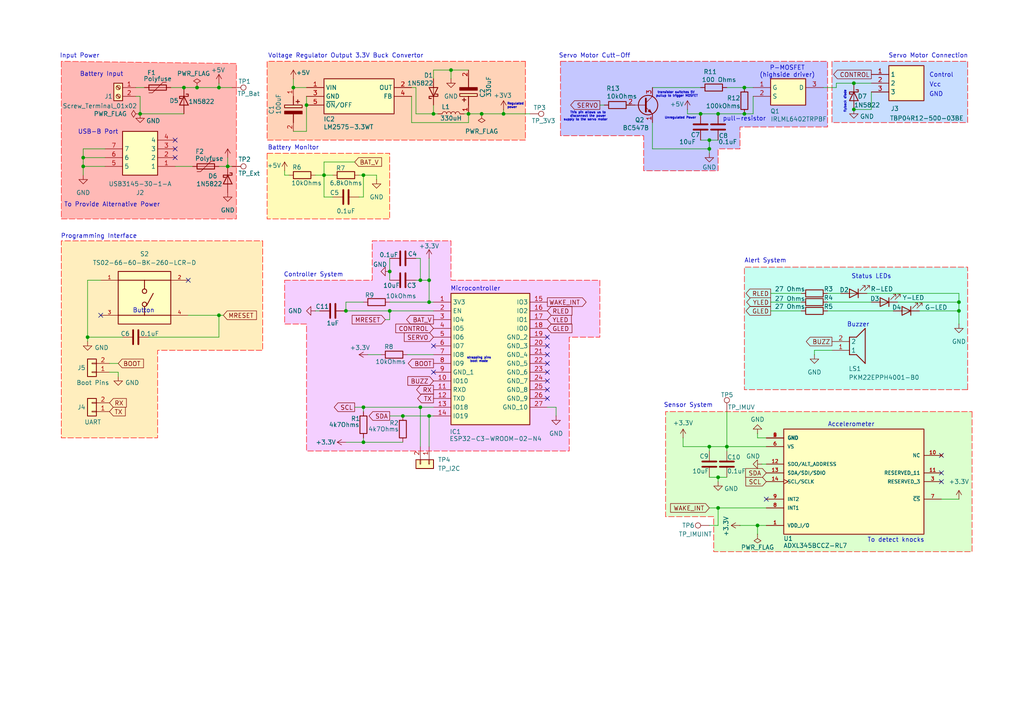
<source format=kicad_sch>
(kicad_sch (version 20250114) (generator "eeschema") (generator_version "9.0")
  (paper "A4")
  (title_block (title "KnockLockSchematic") (date "2025-11-02") (rev "2.1") (company "HSRW") (comment 1 "Group 04"))
  (text "Voltage Regulator Output 3.3V Buck Convertor\n" (at 77.724 16.256 0) (effects (font (size 1.27 1.27)) (justify left)))
  (text "Vcc\n" (at 271.272 24.638 0) (effects (font (size 1.27 1.27))))
  (text "Battery Input" (at 29.464 21.59 0) (effects (font (size 1.27 1.27))))
  (text "P-MOSFET\n(highside driver)\n" (at 228.346 20.828 0) (effects (font (size 1.27 1.27))))
  (text "Controller System\n\n" (at 90.932 80.772 0) (effects (font (size 1.27 1.27))))
  (text "To detect knocks" (at 259.842 156.718 0) (effects (font (size 1.27 1.27))))
  (text "Control\n" (at 273.05 21.844 0) (effects (font (size 1.27 1.27))))
  (text "Button" (at 41.656 90.17 0) (effects (font (size 1.27 1.27))))
  (text "Programming Interface" (at 28.702 68.58 0) (effects (font (size 1.27 1.27))))
  (text "flyback diode" (at 245.11 29.464 90) (effects (font (size 0.635 0.635))))
  (text "strapping pins\nboot mode" (at 138.938 104.394 0) (effects (font (size 0.635 0.635))))
  (text "Unregulated Power" (at 197.358 34.29 0) (effects (font (size 0.635 0.635))))
  (text "Servo Motor Cutt-Off\n" (at 172.466 16.256 0) (effects (font (size 1.27 1.27))))
  (text "Regulated \npower" (at 147.066 30.734 0) (effects (font (size 0.635 0.635)) (justify left)))
  (text "Sensor System" (at 199.644 117.602 0) (effects (font (size 1.27 1.27))))
  (text "GND\n" (at 271.526 27.432 0) (effects (font (size 1.27 1.27))))
  (text "Buzzer\n" (at 248.92 94.234 0) (effects (font (size 1.27 1.27))))
  (text "transistor switches 5V \npullup to trigger MOSFET" (at 196.342 27.432 0) (effects (font (size 0.635 0.635))))
  (text "Alert System" (at 221.996 75.692 0) (effects (font (size 1.27 1.27))))
  (text "Servo Motor Connection\n" (at 269.24 16.256 0) (effects (font (size 1.27 1.27))))
  (text "This pin allows us to \ndisconnect the power \nsupply to the servo motor" (at 176.276 33.782 0) (effects (font (size 0.635 0.635)) (justify right)))
  (text "Input Power" (at 23.114 16.256 0) (effects (font (size 1.27 1.27))))
  (text "Microcontroller" (at 137.922 83.82 0) (effects (font (size 1.27 1.27))))
  (text "Accelerometer" (at 246.888 123.19 0) (effects (font (size 1.27 1.27))))
  (text "Battery Monitor" (at 85.09 42.926 0) (effects (font (size 1.27 1.27))))
  (text "Status LEDs" (at 252.73 80.264 0) (effects (font (size 1.27 1.27))))
  (text "To Provide Alternative Power" (at 32.512 59.436 0) (effects (font (size 1.27 1.27))))
  (text "USB-B Port" (at 28.448 38.354 0) (effects (font (size 1.27 1.27))))
  (text "pull-resistor" (at 215.9 34.544 0) (effects (font (size 1.27 1.27))))
  (junction (at 116.84 120.65))
  (junction (at 278.13 87.63))
  (junction (at 57.15 25.4))
  (junction (at 40.64 33.02))
  (junction (at 139.7 33.02))
  (junction (at 121.92 81.28))
  (junction (at 24.13 48.26))
  (junction (at 208.28 33.02))
  (junction (at 105.41 128.27))
  (junction (at 219.71 152.4))
  (junction (at 88.9 30.48))
  (junction (at 124.46 81.28))
  (junction (at 85.09 25.4))
  (junction (at 247.65 31.75))
  (junction (at 66.04 48.26))
  (junction (at 208.28 138.43))
  (junction (at 105.41 50.8))
  (junction (at 63.5 91.44))
  (junction (at 278.13 90.17))
  (junction (at 105.41 118.11))
  (junction (at 24.13 45.72))
  (junction (at 25.4 97.79))
  (junction (at 146.05 33.02))
  (junction (at 93.98 50.8))
  (junction (at 63.5 25.4))
  (junction (at 130.81 20.32))
  (junction (at 100.33 90.17))
  (junction (at 203.2 33.02))
  (junction (at 113.03 78.74))
  (junction (at 113.03 90.17))
  (junction (at 121.92 118.11))
  (junction (at 124.46 87.63))
  (junction (at 135.89 33.02))
  (junction (at 208.28 147.32))
  (junction (at 215.9 25.4))
  (junction (at 205.74 43.18))
  (junction (at 205.74 129.54))
  (junction (at 125.73 33.02))
  (junction (at 210.82 129.54))
  (junction (at 247.65 24.13))
  (junction (at 205.74 40.64))
  (junction (at 124.46 120.65))
  (junction (at 53.34 25.4))
  (junction (at 215.9 33.02))
  (no_connect (at 125.73 100.33))
  (no_connect (at 50.8 43.18))
  (no_connect (at 158.75 97.79))
  (no_connect (at 54.61 81.28))
  (no_connect (at 158.75 110.49))
  (no_connect (at 273.05 137.16))
  (no_connect (at 158.75 113.03))
  (no_connect (at 125.73 107.95))
  (no_connect (at 158.75 102.87))
  (no_connect (at 29.21 91.44))
  (no_connect (at 273.05 132.08))
  (no_connect (at 158.75 105.41))
  (no_connect (at 50.8 45.72))
  (no_connect (at 158.75 100.33))
  (no_connect (at 158.75 107.95))
  (no_connect (at 50.8 40.64))
  (no_connect (at 222.25 144.78))
  (no_connect (at 273.05 139.7))
  (no_connect (at 158.75 115.57))
  (wire (pts (xy 25.4 97.79) (xy 35.56 97.79)))
  (wire (pts (xy 199.39 31.75) (xy 199.39 33.02)))
  (wire (pts (xy 63.5 25.4) (xy 63.5 24.13)))
  (wire (pts (xy 208.28 138.43) (xy 208.28 139.7)))
  (wire (pts (xy 240.03 85.09) (xy 243.84 85.09)))
  (wire (pts (xy 189.23 35.56) (xy 189.23 43.18)))
  (wire (pts (xy 113.03 90.17) (xy 125.73 90.17)))
  (wire (pts (xy 121.92 81.28) (xy 124.46 81.28)))
  (wire (pts (xy 215.9 25.4) (xy 218.44 25.4)))
  (wire (pts (xy 139.7 33.02) (xy 146.05 33.02)))
  (wire (pts (xy 121.92 118.11) (xy 125.73 118.11)))
  (wire (pts (xy 205.74 44.45) (xy 205.74 43.18)))
  (wire (pts (xy 85.09 38.1) (xy 88.9 38.1)))
  (wire (pts (xy 57.15 25.4) (xy 63.5 25.4)))
  (wire (pts (xy 181.61 30.48) (xy 182.88 30.48)))
  (wire (pts (xy 104.14 57.15) (xy 105.41 57.15)))
  (wire (pts (xy 208.28 138.43) (xy 210.82 138.43)))
  (wire (pts (xy 125.73 20.32) (xy 130.81 20.32)))
  (wire (pts (xy 100.33 87.63) (xy 100.33 90.17)))
  (wire (pts (xy 40.64 33.02) (xy 53.34 33.02)))
  (wire (pts (xy 102.87 118.11) (xy 105.41 118.11)))
  (wire (pts (xy 24.13 43.18) (xy 30.48 43.18)))
  (wire (pts (xy 120.65 25.4) (xy 120.65 33.02)))
  (wire (pts (xy 105.41 127) (xy 105.41 128.27)))
  (wire (pts (xy 40.64 27.94) (xy 40.64 33.02)))
  (wire (pts (xy 242.57 24.13) (xy 247.65 24.13)))
  (wire (pts (xy 113.03 120.65) (xy 116.84 120.65)))
  (wire (pts (xy 252.73 31.75) (xy 247.65 31.75)))
  (wire (pts (xy 173.99 30.48) (xy 175.26 30.48)))
  (wire (pts (xy 82.55 49.53) (xy 82.55 50.8)))
  (wire (pts (xy 242.57 24.13) (xy 242.57 25.4)))
  (wire (pts (xy 24.13 45.72) (xy 24.13 48.26)))
  (wire (pts (xy 215.9 33.02) (xy 218.44 33.02)))
  (wire (pts (xy 25.4 97.79) (xy 25.4 99.06)))
  (wire (pts (xy 135.89 33.02) (xy 135.89 35.56)))
  (wire (pts (xy 198.12 127) (xy 198.12 129.54)))
  (wire (pts (xy 273.05 144.78) (xy 278.13 144.78)))
  (wire (pts (xy 205.74 147.32) (xy 208.28 147.32)))
  (wire (pts (xy 43.18 97.79) (xy 63.5 97.79)))
  (wire (pts (xy 64.77 91.44) (xy 63.5 91.44)))
  (wire (pts (xy 100.33 90.17) (xy 113.03 90.17)))
  (wire (pts (xy 119.38 35.56) (xy 135.89 35.56)))
  (wire (pts (xy 205.74 152.4) (xy 208.28 152.4)))
  (wire (pts (xy 203.2 33.02) (xy 208.28 33.02)))
  (wire (pts (xy 105.41 119.38) (xy 105.41 118.11)))
  (wire (pts (xy 24.13 45.72) (xy 30.48 45.72)))
  (wire (pts (xy 113.03 74.93) (xy 113.03 78.74)))
  (wire (pts (xy 189.23 43.18) (xy 205.74 43.18)))
  (wire (pts (xy 266.7 90.17) (xy 278.13 90.17)))
  (wire (pts (xy 67.31 48.26) (xy 66.04 48.26)))
  (wire (pts (xy 205.74 129.54) (xy 210.82 129.54)))
  (wire (pts (xy 208.28 147.32) (xy 222.25 147.32)))
  (wire (pts (xy 219.71 125.73) (xy 219.71 127)))
  (wire (pts (xy 161.29 118.11) (xy 161.29 120.65)))
  (wire (pts (xy 199.39 33.02) (xy 203.2 33.02)))
  (wire (pts (xy 124.46 81.28) (xy 124.46 87.63)))
  (wire (pts (xy 104.14 50.8) (xy 105.41 50.8)))
  (wire (pts (xy 53.34 25.4) (xy 57.15 25.4)))
  (wire (pts (xy 130.81 20.32) (xy 130.81 22.86)))
  (wire (pts (xy 39.37 25.4) (xy 41.91 25.4)))
  (wire (pts (xy 135.89 33.02) (xy 139.7 33.02)))
  (wire (pts (xy 100.33 128.27) (xy 105.41 128.27)))
  (wire (pts (xy 125.73 30.48) (xy 125.73 33.02)))
  (wire (pts (xy 251.46 85.09) (xy 278.13 85.09)))
  (wire (pts (xy 31.75 107.95) (xy 34.29 107.95)))
  (wire (pts (xy 102.87 46.99) (xy 93.98 46.99)))
  (wire (pts (xy 63.5 91.44) (xy 63.5 97.79)))
  (wire (pts (xy 210.82 130.81) (xy 210.82 129.54)))
  (wire (pts (xy 125.73 20.32) (xy 125.73 22.86)))
  (wire (pts (xy 219.71 152.4) (xy 222.25 152.4)))
  (wire (pts (xy 205.74 130.81) (xy 205.74 129.54)))
  (wire (pts (xy 91.44 50.8) (xy 93.98 50.8)))
  (wire (pts (xy 118.11 102.87) (xy 125.73 102.87)))
  (wire (pts (xy 124.46 120.65) (xy 124.46 129.54)))
  (wire (pts (xy 119.38 27.94) (xy 119.38 35.56)))
  (wire (pts (xy 24.13 48.26) (xy 30.48 48.26)))
  (wire (pts (xy 113.03 87.63) (xy 124.46 87.63)))
  (wire (pts (xy 210.82 119.38) (xy 210.82 129.54)))
  (wire (pts (xy 120.65 33.02) (xy 125.73 33.02)))
  (wire (pts (xy 67.31 25.4) (xy 63.5 25.4)))
  (wire (pts (xy 222.25 127) (xy 219.71 127)))
  (wire (pts (xy 223.52 90.17) (xy 232.41 90.17)))
  (wire (pts (xy 105.41 118.11) (xy 121.92 118.11)))
  (wire (pts (xy 130.81 20.32) (xy 135.89 20.32)))
  (wire (pts (xy 278.13 93.98) (xy 278.13 90.17)))
  (wire (pts (xy 121.92 81.28) (xy 121.92 74.93)))
  (wire (pts (xy 34.29 107.95) (xy 34.29 109.22)))
  (wire (pts (xy 124.46 74.93) (xy 124.46 81.28)))
  (wire (pts (xy 146.05 31.75) (xy 146.05 33.02)))
  (wire (pts (xy 63.5 48.26) (xy 66.04 48.26)))
  (wire (pts (xy 24.13 48.26) (xy 24.13 50.8)))
  (wire (pts (xy 88.9 38.1) (xy 88.9 30.48)))
  (wire (pts (xy 85.09 22.86) (xy 85.09 25.4)))
  (wire (pts (xy 214.63 152.4) (xy 219.71 152.4)))
  (wire (pts (xy 120.65 81.28) (xy 121.92 81.28)))
  (wire (pts (xy 124.46 87.63) (xy 125.73 87.63)))
  (wire (pts (xy 105.41 128.27) (xy 116.84 128.27)))
  (wire (pts (xy 54.61 91.44) (xy 63.5 91.44)))
  (wire (pts (xy 127 33.02) (xy 125.73 33.02)))
  (wire (pts (xy 34.29 105.41) (xy 31.75 105.41)))
  (wire (pts (xy 124.46 120.65) (xy 125.73 120.65)))
  (wire (pts (xy 198.12 129.54) (xy 205.74 129.54)))
  (wire (pts (xy 93.98 46.99) (xy 93.98 50.8)))
  (wire (pts (xy 93.98 57.15) (xy 93.98 50.8)))
  (wire (pts (xy 210.82 25.4) (xy 215.9 25.4)))
  (wire (pts (xy 88.9 27.94) (xy 88.9 30.48)))
  (wire (pts (xy 93.98 50.8) (xy 96.52 50.8)))
  (wire (pts (xy 109.22 50.8) (xy 109.22 52.07)))
  (wire (pts (xy 260.35 87.63) (xy 278.13 87.63)))
  (wire (pts (xy 91.44 90.17) (xy 92.71 90.17)))
  (wire (pts (xy 24.13 43.18) (xy 24.13 45.72)))
  (wire (pts (xy 189.23 25.4) (xy 203.2 25.4)))
  (wire (pts (xy 218.44 33.02) (xy 218.44 27.94)))
  (wire (pts (xy 208.28 33.02) (xy 215.9 33.02)))
  (wire (pts (xy 223.52 85.09) (xy 232.41 85.09)))
  (wire (pts (xy 96.52 57.15) (xy 93.98 57.15)))
  (wire (pts (xy 153.67 33.02) (xy 146.05 33.02)))
  (wire (pts (xy 205.74 40.64) (xy 208.28 40.64)))
  (wire (pts (xy 278.13 87.63) (xy 278.13 90.17)))
  (wire (pts (xy 25.4 81.28) (xy 25.4 97.79)))
  (wire (pts (xy 100.33 87.63) (xy 105.41 87.63)))
  (wire (pts (xy 105.41 50.8) (xy 109.22 50.8)))
  (wire (pts (xy 241.3 101.6) (xy 236.22 101.6)))
  (wire (pts (xy 113.03 81.28) (xy 113.03 78.74)))
  (wire (pts (xy 242.57 25.4) (xy 238.76 25.4)))
  (wire (pts (xy 106.68 102.87) (xy 110.49 102.87)))
  (wire (pts (xy 105.41 57.15) (xy 105.41 50.8)))
  (wire (pts (xy 158.75 118.11) (xy 161.29 118.11)))
  (wire (pts (xy 121.92 118.11) (xy 121.92 129.54)))
  (wire (pts (xy 205.74 43.18) (xy 205.74 40.64)))
  (wire (pts (xy 135.89 33.02) (xy 134.62 33.02)))
  (wire (pts (xy 220.98 134.62) (xy 222.25 134.62)))
  (wire (pts (xy 66.04 45.72) (xy 66.04 48.26)))
  (wire (pts (xy 252.73 26.67) (xy 252.73 31.75)))
  (wire (pts (xy 49.53 25.4) (xy 53.34 25.4)))
  (wire (pts (xy 40.64 27.94) (xy 39.37 27.94)))
  (wire (pts (xy 208.28 152.4) (xy 208.28 147.32)))
  (wire (pts (xy 240.03 87.63) (xy 252.73 87.63)))
  (wire (pts (xy 236.22 101.6) (xy 236.22 102.87)))
  (wire (pts (xy 210.82 129.54) (xy 222.25 129.54)))
  (wire (pts (xy 85.09 25.4) (xy 88.9 25.4)))
  (wire (pts (xy 113.03 92.71) (xy 113.03 90.17)))
  (wire (pts (xy 119.38 25.4) (xy 120.65 25.4)))
  (wire (pts (xy 111.76 92.71) (xy 113.03 92.71)))
  (wire (pts (xy 223.52 87.63) (xy 232.41 87.63)))
  (wire (pts (xy 219.71 152.4) (xy 219.71 154.94)))
  (wire (pts (xy 208.28 138.43) (xy 205.74 138.43)))
  (wire (pts (xy 247.65 24.13) (xy 252.73 24.13)))
  (wire (pts (xy 82.55 50.8) (xy 83.82 50.8)))
  (wire (pts (xy 203.2 40.64) (xy 205.74 40.64)))
  (wire (pts (xy 25.4 81.28) (xy 29.21 81.28)))
  (wire (pts (xy 278.13 85.09) (xy 278.13 87.63)))
  (wire (pts (xy 50.8 48.26) (xy 55.88 48.26)))
  (wire (pts (xy 120.65 74.93) (xy 121.92 74.93)))
  (wire (pts (xy 240.03 90.17) (xy 259.08 90.17)))
  (wire (pts (xy 116.84 120.65) (xy 124.46 120.65)))
  (global_label "RLED" (shape input) (at 158.75 90.17 0) (property "Intersheetrefs" "${INTERSHEET_REFS}" (effects (hide yes))))
  (global_label "SERVO" (shape output) (at 173.99 30.48 180) (property "Intersheetrefs" "${INTERSHEET_REFS}" (effects (hide yes))))
  (global_label "BAT_V" (shape output) (at 125.73 92.71 180) (property "Intersheetrefs" "${INTERSHEET_REFS}" (effects (hide yes))))
  (global_label "SCL" (shape input) (at 222.25 139.7 180) (property "Intersheetrefs" "${INTERSHEET_REFS}" (effects (hide yes))))
  (global_label "WAKE_INT" (shape input) (at 205.74 147.32 180) (property "Intersheetrefs" "${INTERSHEET_REFS}" (effects (hide yes))))
  (global_label "RX" (shape output) (at 125.73 113.03 180) (property "Intersheetrefs" "${INTERSHEET_REFS}" (effects (hide yes))))
  (global_label "SERVO" (shape input) (at 125.73 97.79 180) (property "Intersheetrefs" "${INTERSHEET_REFS}" (effects (hide yes))))
  (global_label "CONTROL" (shape input) (at 125.73 95.25 180) (property "Intersheetrefs" "${INTERSHEET_REFS}" (effects (hide yes))))
  (global_label "MRESET" (shape input) (at 111.76 92.71 180) (property "Intersheetrefs" "${INTERSHEET_REFS}" (effects (hide yes))))
  (global_label "YLED" (shape input) (at 158.75 92.71 0) (property "Intersheetrefs" "${INTERSHEET_REFS}" (effects (hide yes))))
  (global_label "RLED" (shape output) (at 223.52 85.09 180) (property "Intersheetrefs" "${INTERSHEET_REFS}" (effects (hide yes))))
  (global_label "BOOT" (shape output) (at 125.73 105.41 180) (property "Intersheetrefs" "${INTERSHEET_REFS}" (effects (hide yes))))
  (global_label "SDA" (shape output) (at 113.03 120.65 180) (property "Intersheetrefs" "${INTERSHEET_REFS}" (effects (hide yes))))
  (global_label "YLED" (shape output) (at 223.52 87.63 180) (property "Intersheetrefs" "${INTERSHEET_REFS}" (effects (hide yes))))
  (global_label "WAKE_INT" (shape output) (at 158.75 87.63 0) (property "Intersheetrefs" "${INTERSHEET_REFS}" (effects (hide yes))))
  (global_label "BOOT" (shape input) (at 34.29 105.41 0) (property "Intersheetrefs" "${INTERSHEET_REFS}" (effects (hide yes))))
  (global_label "TX" (shape output) (at 125.73 115.57 180) (property "Intersheetrefs" "${INTERSHEET_REFS}" (effects (hide yes))))
  (global_label "SDA" (shape input) (at 222.25 137.16 180) (property "Intersheetrefs" "${INTERSHEET_REFS}" (effects (hide yes))))
  (global_label "GLED" (shape input) (at 158.75 95.25 0) (property "Intersheetrefs" "${INTERSHEET_REFS}" (effects (hide yes))))
  (global_label "MRESET" (shape input) (at 64.77 91.44 0) (property "Intersheetrefs" "${INTERSHEET_REFS}" (effects (hide yes))))
  (global_label "BUZZ" (shape output) (at 241.3 99.06 180) (property "Intersheetrefs" "${INTERSHEET_REFS}" (effects (hide yes))))
  (global_label "TX" (shape input) (at 31.75 119.38 0) (property "Intersheetrefs" "${INTERSHEET_REFS}" (effects (hide yes))))
  (global_label "BUZZ" (shape input) (at 125.73 110.49 180) (property "Intersheetrefs" "${INTERSHEET_REFS}" (effects (hide yes))))
  (global_label "GLED" (shape output) (at 223.52 90.17 180) (property "Intersheetrefs" "${INTERSHEET_REFS}" (effects (hide yes))))
  (global_label "BAT_V" (shape input) (at 102.87 46.99 0) (property "Intersheetrefs" "${INTERSHEET_REFS}" (effects (hide yes))))
  (global_label "RX" (shape input) (at 31.75 116.84 0) (property "Intersheetrefs" "${INTERSHEET_REFS}" (effects (hide yes))))
  (global_label "SCL" (shape output) (at 102.87 118.11 180) (property "Intersheetrefs" "${INTERSHEET_REFS}" (effects (hide yes))))
  (global_label "CONTROL" (shape output) (at 252.73 21.59 180) (property "Intersheetrefs" "${INTERSHEET_REFS}" (effects (hide yes))))
  (rule_area (polyline (pts (xy 17.78 17.78) (xy 17.78 63.5) (xy 68.58 63.5) (xy 68.58 18.415)) (stroke (width 0) (type dash) (color 255 29 29 1)) (fill (type color) (color 255 23 12 0.3))))
  (rule_area (polyline (pts (xy 241.3 17.78) (xy 241.3 35.56) (xy 280.67 35.56) (xy 280.67 17.78)) (stroke (width 0) (type dash)) (fill (type color) (color 74 147 255 0.3019607843))))
  (rule_area (polyline (pts (xy 162.56 17.78) (xy 240.03 17.78) (xy 240.03 36.83) (xy 214.63 36.83) (xy 214.63 43.18) (xy 208.28 43.18) (xy 208.28 49.53) (xy 186.69 49.53) (xy 186.69 39.37) (xy 162.56 39.37)) (stroke (width 0) (type dash)) (fill (type color) (color 60 67 255 0.3))))
  (rule_area (polyline (pts (xy 281.94 119.38) (xy 281.94 160.02) (xy 207.01 160.02) (xy 207.01 149.86) (xy 193.04 149.86) (xy 193.04 119.38)) (stroke (width 0) (type dash)) (fill (type color) (color 138 255 90 0.3))))
  (rule_area (polyline (pts (xy 82.55 81.28) (xy 107.95 81.28) (xy 107.95 69.85) (xy 130.81 69.85) (xy 130.81 81.28) (xy 173.99 81.28) (xy 173.99 97.79) (xy 165.1 97.79) (xy 165.1 130.81) (xy 134.62 130.81) (xy 133.35 130.81) (xy 120.65 130.81) (xy 118.11 130.81) (xy 88.9 130.81) (xy 88.9 129.54) (xy 88.9 93.98) (xy 82.55 93.98)) (stroke (width 0) (type dash)) (fill (type color) (color 217 94 255 0.3))))
  (rule_area (polyline (pts (xy 77.47 44.45) (xy 113.03 44.45) (xy 113.03 63.5) (xy 77.47 63.5)) (stroke (width 0) (type dash)) (fill (type color) (color 255 240 18 0.3))))
  (rule_area (polyline (pts (xy 76.2 69.85) (xy 76.2 101.6) (xy 45.72 101.6) (xy 45.72 127) (xy 17.78 127) (xy 17.78 113.03) (xy 17.78 69.85)) (stroke (width 0) (type dash)) (fill (type color) (color 255 196 39 0.3))))
  (rule_area (polyline (pts (xy 280.67 113.03) (xy 215.9 113.03) (xy 215.9 77.47) (xy 280.67 77.47)) (stroke (width 0) (type dash)) (fill (type color) (color 66 255 212 0.3))))
  (rule_area (polyline (pts (xy 152.4 17.78) (xy 152.4 40.64) (xy 77.47 40.64) (xy 77.47 17.78)) (stroke (width 0) (type dash)) (fill (type color) (color 255 109 17 0.3))))
  (symbol (lib_id "power:GND") (at 278.13 93.98 0) (unit 1)
    (property "Reference" "#PWR024" (effects (hide yes)))
    (property "Value" "GND" (at 278.13 99.06 0))
    (property "Description" "Power symbol creates a global label with name \"GND\" , ground" (effects (hide yes)))
  )
  (symbol (lib_id "SamacSys_Parts:EEU-FC1C101H") (at 85.09 25.4 270) (unit 1)
    (property "Reference" "C1" (at 78.74 30.48 0) (effects (justify left)))
    (property "Value" "100uF" (at 80.772 27.178 0) (effects (justify left)))
    (property "Footprint" "SamacSys_Parts:CAPPRD250W55D630H1220" (effects (hide yes)))
    (property "Datasheet" "http://industrial.panasonic.com/cdbs/www-data/pdf/RDF0000/ABA0000C1209.pdf" (effects (hide yes)))
    (property "Description" "Aluminium Electrolytic Capacitor, Radial Lead, AEC-Q200, 105?C" (effects (hide yes)))
    (property "Height" "12.2" (effects (hide yes)))
    (property "Mouser Part Number" "667-EEU-FC1C101H" (effects (hide yes)))
    (property "Mouser Price/Stock" "https://www.mouser.co.uk/ProductDetail/Panasonic/EEU-FC1C101H?qs=%2FC1U95aQ15szP%252BXx0reJVg%3D%3D" (effects (hide yes)))
    (property "Manufacturer_Name" "Panasonic" (effects (hide yes)))
    (property "Manufacturer_Part_Number" "EEU-FC1C101H" (effects (hide yes)))
  )
  (symbol (lib_id "Device:C") (at 210.82 134.62 180) (unit 1)
    (property "Reference" "C10" (at 212.852 132.588 0))
    (property "Value" "0.1uF" (at 213.614 136.652 0))
    (property "Footprint" "Capacitor_THT:C_Rect_L4.0mm_W2.5mm_P2.50mm" (effects (hide yes)))
    (property "Description" "Unpolarized capacitor" (effects (hide yes)))
  )
  (symbol (lib_id "power:+3.3V") (at 198.12 127 0) (unit 1)
    (property "Reference" "#PWR026" (effects (hide yes)))
    (property "Value" "+3.3V" (at 198.12 122.682 0))
    (property "Description" "Power symbol creates a global label with name \"+3.3V\"" (effects (hide yes)))
  )
  (symbol (lib_id "power:GND") (at 91.44 90.17 270) (unit 1)
    (property "Reference" "#PWR08" (effects (hide yes)))
    (property "Value" "GND" (at 87.63 90.1699 90) (effects (justify right)))
    (property "Description" "Power symbol creates a global label with name \"GND\" , ground" (effects (hide yes)))
  )
  (symbol (lib_id "Transistor_BJT:2N3904") (at 186.69 30.48 0) (unit 1)
    (property "Reference" "Q2" (at 184.15 34.798 0) (effects (justify left)))
    (property "Value" "BC547B" (at 180.594 37.084 0) (effects (justify left)))
    (property "Footprint" "Package_TO_SOT_THT:TO-92_HandSolder" (effects (hide yes)))
    (property "Datasheet" "https://www.onsemi.com/pub/Collateral/2N3903-D.PDF" (effects (hide yes)))
    (property "Description" "0.2A Ic, 40V Vce, Small Signal NPN Transistor, TO-92" (effects (hide yes)))
  )
  (symbol (lib_id "Device:R") (at 236.22 90.17 90) (unit 1)
    (property "Reference" "R5" (at 240.284 88.9 90))
    (property "Value" "27 Ohms" (at 229.108 88.9 90))
    (property "Footprint" "SamacSys_Parts:RESAD1590W60L630D240" (effects (hide yes)))
    (property "Description" "Resistor" (effects (hide yes)))
  )
  (symbol (lib_id "SamacSys_Parts:TBP04R12-500-03BE") (at 252.73 21.59 0) (unit 1)
    (property "Reference" "J3" (at 258.318 31.496 0) (effects (justify left)))
    (property "Value" "TBP04R12-500-03BE" (at 258.064 34.29 0) (effects (justify left)))
    (property "Footprint" "SamacSys_Parts:TBP04R1250003BE" (effects (hide yes)))
    (property "Datasheet" "https://www.sameskydevices.com/product/resource/tbp04r12-500.pdf" (effects (hide yes)))
    (property "Description" "3 Position Terminal Block Header, Male Pins, Shrouded (4 Side) 0.197\" (5.00mm) 90, Right Angle Through Hole" (effects (hide yes)))
    (property "Height" "8.8" (effects (hide yes)))
    (property "Mouser Part Number" "179-TBP04R12-50003BE" (effects (hide yes)))
    (property "Mouser Price/Stock" "https://www.mouser.co.uk/ProductDetail/CUI-Devices/TBP04R12-500-03BE?qs=TCDPyi3sCW0NaxY6tKwPhA%3D%3D" (effects (hide yes)))
    (property "Manufacturer_Name" "Same Sky" (effects (hide yes)))
    (property "Manufacturer_Part_Number" "TBP04R12-500-03BE" (effects (hide yes)))
  )
  (symbol (lib_id "power:GND") (at 25.4 99.06 0) (unit 1)
    (property "Reference" "#PWR032" (effects (hide yes)))
    (property "Value" "GND" (at 29.464 100.838 0))
    (property "Description" "Power symbol creates a global label with name \"GND\" , ground" (effects (hide yes)))
  )
  (symbol (lib_id "Device:Polyfuse") (at 45.72 25.4 90) (unit 1)
    (property "Reference" "F1" (at 43.942 21.082 90))
    (property "Value" "Polyfuse" (at 45.72 22.86 90))
    (property "Footprint" "Fuse:Fuse_BelFuse_0ZRE0012FF_L8.3mm_W3.8mm" (effects (hide yes)))
    (property "Description" "Resettable fuse, polymeric positive temperature coefficient" (effects (hide yes)))
  )
  (symbol (lib_id "Connector_Generic:Conn_01x02") (at 124.46 134.62 270) (unit 1)
    (property "Reference" "TP4" (at 127 133.3499 90) (effects (justify left)))
    (property "Value" "TP_I2C" (at 127 135.8899 90) (effects (justify left)))
    (property "Footprint" "Connector_PinHeader_2.54mm:PinHeader_1x02_P2.54mm_Vertical" (effects (hide yes)))
    (property "Description" "Generic connector, single row, 01x02, script generated (kicad-library-utils/schlib/autogen/connector/)" (effects (hide yes)))
  )
  (symbol (lib_id "power:GND") (at 109.22 52.07 0) (unit 1)
    (property "Reference" "#PWR07" (effects (hide yes)))
    (property "Value" "GND" (at 109.22 57.15 0))
    (property "Description" "Power symbol creates a global label with name \"GND\" , ground" (effects (hide yes)))
  )
  (symbol (lib_id "power:GND") (at 219.71 125.73 180) (unit 1)
    (property "Reference" "#PWR025" (effects (hide yes)))
    (property "Value" "GND" (at 219.71 121.666 0))
    (property "Description" "Power symbol creates a global label with name \"GND\" , ground" (effects (hide yes)))
  )
  (symbol (lib_id "power:GND") (at 24.13 50.8 0) (unit 1)
    (property "Reference" "#PWR09" (effects (hide yes)))
    (property "Value" "GND" (at 24.13 55.88 0))
    (property "Description" "Power symbol creates a global label with name \"GND\" , ground" (effects (hide yes)))
  )
  (symbol (lib_id "SamacSys_Parts:USB3145-30-1-A") (at 50.8 48.26 180) (unit 1)
    (property "Reference" "J2" (at 40.64 55.88 0))
    (property "Value" "USB3145-30-1-A" (at 40.64 53.34 0))
    (property "Footprint" "SamacSys_Parts:USB3145301A" (effects (hide yes)))
    (property "Datasheet" "https://gct.co/connector/usb3145" (effects (hide yes)))
    (property "Description" "GCT (GLOBAL CONNECTOR TECHNOLOGY) - USB3145-30-1-A - MICRO USB, 2.0 TYPE B, RECEPTACLE, TH" (effects (hide yes)))
    (property "Mouser Part Number" "640-USB3145-30-1-A" (effects (hide yes)))
    (property "Mouser Price/Stock" "https://www.mouser.co.uk/ProductDetail/GCT/USB3145-30-1-A?qs=KUoIvG%2F9IlYD1lvSRu5iyg%3D%3D" (effects (hide yes)))
    (property "Manufacturer_Name" "GCT (GLOBAL CONNECTOR TECHNOLOGY)" (effects (hide yes)))
    (property "Manufacturer_Part_Number" "USB3145-30-1-A" (effects (hide yes)))
  )
  (symbol (lib_id "SamacSys_Parts:PKM22EPPH4001-B0") (at 241.3 99.06 0) (unit 1)
    (property "Reference" "LS1" (at 246.126 106.934 0) (effects (justify left)))
    (property "Value" "PKM22EPPH4001-B0" (at 246.126 109.474 0) (effects (justify left)))
    (property "Footprint" "SamacSys_Parts:PKM22EPPH4001B0" (effects (hide yes)))
    (property "Datasheet" "https://www.murata.com/products/productdata/8801054064670/SPEC-PKM22EPPH4001-B0.pdf?1517839211000" (effects (hide yes)))
    (property "Description" "Buzzers Transducer, Externally Driven Piezo 1.5 V 4kHz 75dB @ 1.5V, 10cm Through Hole PC Pins" (effects (hide yes)))
    (property "Height" "10.7" (effects (hide yes)))
    (property "Mouser Part Number" "81-PKM22EPPH4001-B0" (effects (hide yes)))
    (property "Mouser Price/Stock" "https://www.mouser.co.uk/ProductDetail/Murata-Electronics/PKM22EPPH4001-B0?qs=flZjIlU0hx2Fke4m2iZ9MA%3D%3D" (effects (hide yes)))
    (property "Manufacturer_Name" "Murata Electronics" (effects (hide yes)))
    (property "Manufacturer_Part_Number" "PKM22EPPH4001-B0" (effects (hide yes)))
  )
  (symbol (lib_id "Connector:TestPoint") (at 205.74 152.4 90) (unit 1)
    (property "Reference" "TP6" (at 199.644 152.4 90))
    (property "Value" "TP_IMUINT" (at 201.676 154.94 90))
    (property "Footprint" "Connector_PinSocket_2.54mm:PinSocket_1x01_P2.54mm_Vertical" (effects (hide yes)))
    (property "Description" "test point" (effects (hide yes)))
  )
  (symbol (lib_id "power:+5V") (at 63.5 24.13 0) (unit 1)
    (property "Reference" "#PWR04" (effects (hide yes)))
    (property "Value" "+5V" (at 63.246 20.32 0))
    (property "Description" "Power symbol creates a global label with name \"+5V\"" (effects (hide yes)))
  )
  (symbol (lib_id "Device:LED") (at 247.65 85.09 180) (unit 1)
    (property "Reference" "D2" (at 244.856 84.074 0))
    (property "Value" "R-LED" (at 255.778 83.82 0))
    (property "Footprint" "LED_THT:LED_D3.0mm" (effects (hide yes)))
    (property "Description" "Light emitting diode" (effects (hide yes)))
    (property "Sim.Pins" "1=K 2=A" (effects (hide yes)))
  )
  (symbol (lib_id "Device:R") (at 207.01 25.4 90) (unit 1)
    (property "Reference" "R11" (at 205.994 20.828 90))
    (property "Value" "100 Ohms" (at 208.534 23.114 90))
    (property "Footprint" "SamacSys_Parts:RESAD1590W60L630D240" (effects (hide yes)))
    (property "Description" "Resistor" (effects (hide yes)))
  )
  (symbol (lib_id "Device:LED") (at 256.54 87.63 180) (unit 1)
    (property "Reference" "D3" (at 253.746 86.614 0))
    (property "Value" "Y-LED" (at 264.922 86.36 0))
    (property "Footprint" "LED_THT:LED_D3.0mm" (effects (hide yes)))
    (property "Description" "Light emitting diode" (effects (hide yes)))
    (property "Sim.Pins" "1=K 2=A" (effects (hide yes)))
  )
  (symbol (lib_id "power:+3.3V") (at 214.63 152.4 90) (unit 1)
    (property "Reference" "#PWR027" (effects (hide yes)))
    (property "Value" "+3.3V" (at 210.566 152.654 0))
    (property "Description" "Power symbol creates a global label with name \"+3.3V\"" (effects (hide yes)))
  )
  (symbol (lib_id "Device:C") (at 205.74 134.62 180) (unit 1)
    (property "Reference" "C9" (at 204.216 132.334 0))
    (property "Value" "10uF" (at 203.2 136.652 0))
    (property "Footprint" "Capacitor_THT:C_Radial_D5.0mm_H11.0mm_P2.00mm" (effects (hide yes)))
    (property "Description" "Unpolarized capacitor" (effects (hide yes)))
  )
  (symbol (lib_id "power:+3.3V") (at 278.13 144.78 0) (unit 1)
    (property "Reference" "#PWR028" (effects (hide yes)))
    (property "Value" "+3.3V" (at 278.13 139.7 0))
    (property "Description" "Power symbol creates a global label with name \"+3.3V\"" (effects (hide yes)))
  )
  (symbol (lib_id "Device:R") (at 87.63 50.8 90) (unit 1)
    (property "Reference" "R6" (at 86.106 48.514 90))
    (property "Value" "10kOhms" (at 88.9 53.086 90))
    (property "Footprint" "SamacSys_Parts:RESAD1590W60L630D240" (effects (hide yes)))
    (property "Description" "Resistor" (effects (hide yes)))
  )
  (symbol (lib_id "Diode:1N5822") (at 247.65 27.94 270) (unit 1)
    (property "Reference" "D7" (at 251.46 27.94 90) (effects (justify right)))
    (property "Value" "1N5822" (at 255.27 30.48 90) (effects (justify right)))
    (property "Footprint" "Diode_THT:D_DO-201AD_P15.24mm_Horizontal" (effects (hide yes)))
    (property "Datasheet" "http://www.vishay.com/docs/88526/1n5820.pdf" (effects (hide yes)))
    (property "Description" "40V 3A Schottky Barrier Rectifier Diode, DO-201AD" (effects (hide yes)))
  )
  (symbol (lib_id "Device:R") (at 105.41 123.19 180) (unit 1)
    (property "Reference" "R1" (at 103.124 121.412 0))
    (property "Value" "4k7Ohms" (at 99.822 123.19 0))
    (property "Footprint" "SamacSys_Parts:RESAD1590W60L630D240" (effects (hide yes)))
    (property "Description" "Resistor" (effects (hide yes)))
  )
  (symbol (lib_id "Device:R") (at 179.07 30.48 90) (unit 1)
    (property "Reference" "R13" (at 177.8 25.654 90))
    (property "Value" "10kOhms" (at 180.34 27.94 90))
    (property "Footprint" "SamacSys_Parts:RESAD1590W60L630D240" (effects (hide yes)))
    (property "Description" "Resistor" (effects (hide yes)))
  )
  (symbol (lib_id "Device:R") (at 100.33 50.8 90) (unit 1)
    (property "Reference" "R7" (at 98.806 48.768 90))
    (property "Value" "6.8kOhms" (at 100.33 53.086 90))
    (property "Footprint" "SamacSys_Parts:RESAD1590W60L630D240" (effects (hide yes)))
    (property "Description" "Resistor" (effects (hide yes)))
  )
  (symbol (lib_id "Connector_Generic:Conn_01x02") (at 26.67 119.38 180) (unit 1)
    (property "Reference" "J4" (at 23.622 118.11 0))
    (property "Value" "UART" (at 26.924 122.428 0))
    (property "Footprint" "Connector_PinHeader_2.54mm:PinHeader_1x02_P2.54mm_Vertical" (effects (hide yes)))
    (property "Description" "Generic connector, single row, 01x02, script generated (kicad-library-utils/schlib/autogen/connector/)" (effects (hide yes)))
  )
  (symbol (lib_id "SamacSys_Parts:IRLML6402TRPBF") (at 218.44 25.4 0) (unit 1)
    (property "Reference" "Q1" (at 224.79 32.258 0))
    (property "Value" "IRLML6402TRPBF" (at 231.648 34.544 0))
    (property "Footprint" "SamacSys_Parts:SOT95P237X112-3N" (effects (hide yes)))
    (property "Datasheet" "http://www.infineon.com/dgdl/irlml6402pbf.pdf?fileId=5546d462533600a401535668d5c2263c" (effects (hide yes)))
    (property "Description" "MOSFET MOSFT P-Ch -3.7A 65mOhm 8nC Log Lvl" (effects (hide yes)))
    (property "Height" "1.12" (effects (hide yes)))
    (property "Mouser Part Number" "942-IRLML6402TRPBF" (effects (hide yes)))
    (property "Mouser Price/Stock" "https://www.mouser.co.uk/ProductDetail/Infineon-Technologies/IRLML6402TRPBF?qs=9%252BKlkBgLFf0HuZuONx2Ewg%3D%3D" (effects (hide yes)))
    (property "Manufacturer_Name" "Infineon" (effects (hide yes)))
    (property "Manufacturer_Part_Number" "IRLML6402TRPBF" (effects (hide yes)))
  )
  (symbol (lib_id "Device:C") (at 116.84 81.28 90) (unit 1)
    (property "Reference" "C3" (at 119.38 82.804 90))
    (property "Value" "10uF" (at 113.538 82.804 90))
    (property "Footprint" "Capacitor_THT:C_Radial_D5.0mm_H11.0mm_P2.00mm" (effects (hide yes)))
    (property "Description" "Unpolarized capacitor" (effects (hide yes)))
  )
  (symbol (lib_id "Device:C") (at 39.37 97.79 90) (unit 1)
    (property "Reference" "C6" (at 36.322 96.774 90))
    (property "Value" "0.1uF" (at 43.434 96.774 90))
    (property "Footprint" "Capacitor_THT:C_Rect_L4.0mm_W2.5mm_P2.50mm" (effects (hide yes)))
    (property "Description" "Unpolarized capacitor" (effects (hide yes)))
  )
  (symbol (lib_id "SamacSys_Parts:LM2575-3.3WT") (at 88.9 25.4 0) (unit 1)
    (property "Reference" "IC2" (at 95.504 34.544 0))
    (property "Value" "LM2575-3.3WT" (at 101.092 36.83 0))
    (property "Footprint" "SamacSys_Parts:LM257533WT" (effects (hide yes)))
    (property "Datasheet" "https://ww1.microchip.com/downloads/en/DeviceDoc/lm2575.pdf" (effects (hide yes)))
    (property "Description" "Switching Voltage Regulators 1A Step-Down SMPS Regulator" (effects (hide yes)))
    (property "Height" "15.113" (effects (hide yes)))
    (property "Mouser Part Number" "998-LM2575-3.3WT" (effects (hide yes)))
    (property "Mouser Price/Stock" "https://www.mouser.co.uk/ProductDetail/Microchip-Technology/LM2575-3.3WT?qs=kh6iOki%2FeLFAZSEMjMNbiQ%3D%3D" (effects (hide yes)))
    (property "Manufacturer_Name" "Microchip" (effects (hide yes)))
    (property "Manufacturer_Part_Number" "LM2575-3.3WT" (effects (hide yes)))
  )
  (symbol (lib_id "power:GND") (at 247.65 31.75 0) (unit 1)
    (property "Reference" "#PWR015" (effects (hide yes)))
    (property "Value" "GND" (at 251.46 33.782 0))
    (property "Description" "Power symbol creates a global label with name \"GND\" , ground" (effects (hide yes)))
  )
  (symbol (lib_id "Connector:TestPoint") (at 153.67 33.02 270) (unit 1)
    (property "Reference" "TP3" (at 154.686 31.242 90) (effects (justify left)))
    (property "Value" "TP_3V3" (at 154.178 35.052 90) (effects (justify left)))
    (property "Footprint" "TestPoint:TestPoint_Pad_D1.5mm" (effects (hide yes)))
    (property "Description" "test point" (effects (hide yes)))
  )
  (symbol (lib_id "Connector:TestPoint") (at 67.31 25.4 270) (unit 1)
    (property "Reference" "TP1" (at 69.088 23.622 90) (effects (justify left)))
    (property "Value" "TP_Bat" (at 68.834 27.178 90) (effects (justify left)))
    (property "Footprint" "TestPoint:TestPoint_Pad_D1.5mm" (effects (hide yes)))
    (property "Description" "test point" (effects (hide yes)))
  )
  (symbol (lib_id "power:+3.3V") (at 106.68 102.87 90) (unit 1)
    (property "Reference" "#PWR031" (effects (hide yes)))
    (property "Value" "+3.3V" (at 104.394 100.838 90))
    (property "Description" "Power symbol creates a global label with name \"+3.3V\"" (effects (hide yes)))
  )
  (symbol (lib_id "power:GND") (at 161.29 120.65 0) (unit 1)
    (property "Reference" "#PWR014" (effects (hide yes)))
    (property "Value" "GND" (at 161.29 125.73 0))
    (property "Description" "Power symbol creates a global label with name \"GND\" , ground" (effects (hide yes)))
  )
  (symbol (lib_id "Device:R") (at 215.9 29.21 0) (unit 1)
    (property "Reference" "R12" (at 210.82 28.448 0) (effects (justify left)))
    (property "Value" "100kOhms" (at 204.724 30.734 0) (effects (justify left)))
    (property "Footprint" "SamacSys_Parts:RESAD1590W60L630D240" (effects (hide yes)))
    (property "Description" "Resistor" (effects (hide yes)))
  )
  (symbol (lib_id "power:GND") (at 205.74 44.45 0) (unit 1)
    (property "Reference" "#PWR016" (effects (hide yes)))
    (property "Value" "GND" (at 205.74 48.514 0))
    (property "Description" "Power symbol creates a global label with name \"GND\" , ground" (effects (hide yes)))
  )
  (symbol (lib_id "power:GND") (at 40.64 33.02 0) (unit 1)
    (property "Reference" "#PWR01" (effects (hide yes)))
    (property "Value" "GND" (at 44.45 35.052 0))
    (property "Description" "Power symbol creates a global label with name \"GND\" , ground" (effects (hide yes)))
  )
  (symbol (lib_id "Diode:1N5822") (at 125.73 26.67 90) (unit 1)
    (property "Reference" "D1" (at 122.936 21.844 90) (effects (justify right)))
    (property "Value" "1N5822" (at 118.11 24.13 90) (effects (justify right)))
    (property "Footprint" "Diode_THT:D_DO-201AD_P15.24mm_Horizontal" (effects (hide yes)))
    (property "Datasheet" "http://www.vishay.com/docs/88526/1n5820.pdf" (effects (hide yes)))
    (property "Description" "40V 3A Schottky Barrier Rectifier Diode, DO-201AD" (effects (hide yes)))
  )
  (symbol (lib_id "TS02-66-60-BK-260-LCR-D:TS02-66-60-BK-260-LCR-D") (at 41.91 86.36 0) (unit 1)
    (property "Reference" "S2" (at 41.91 73.66 0))
    (property "Value" "TS02-66-60-BK-260-LCR-D" (at 41.91 76.2 0))
    (property "Footprint" "TS02-66-60-BK-260-LCR-D:SW_TS02-66-60-BK-260-LCR-D" (effects (hide yes)))
    (property "MF" "Same Sky" (effects (hide yes)))
    (property "Description_1" "6 x 6 mm, 6 mm Actuator Height, 260 gf, Black, Long Crimped, Through Hole, SPST, Tactile Switch" (effects (hide yes)))
    (property "Package" "None" (effects (hide yes)))
    (property "Price" "None" (effects (hide yes)))
    (property "Check_prices" "https://www.snapeda.com/parts/TS02-66-60-BK-260-LCR-D/Same+Sky/view-part/?ref=eda" (effects (hide yes)))
    (property "STANDARD" "Manufacturer Recommendations" (effects (hide yes)))
    (property "PARTREV" "1.0" (effects (hide yes)))
    (property "SnapEDA_Link" "https://www.snapeda.com/parts/TS02-66-60-BK-260-LCR-D/Same+Sky/view-part/?ref=snap" (effects (hide yes)))
    (property "MP" "TS02-66-60-BK-260-LCR-D" (effects (hide yes)))
    (property "Availability" "In Stock" (effects (hide yes)))
    (property "MANUFACTURER" "CUI Devices" (effects (hide yes)))
  )
  (symbol (lib_id "Device:Polyfuse") (at 59.69 48.26 90) (unit 1)
    (property "Reference" "F2" (at 57.912 43.942 90))
    (property "Value" "Polyfuse" (at 60.706 45.974 90))
    (property "Footprint" "Fuse:Fuse_BelFuse_0ZRE0012FF_L8.3mm_W3.8mm" (effects (hide yes)))
    (property "Description" "Resettable fuse, polymeric positive temperature coefficient" (effects (hide yes)))
  )
  (symbol (lib_id "power:GND") (at 66.04 55.88 0) (unit 1)
    (property "Reference" "#PWR02" (effects (hide yes)))
    (property "Value" "GND" (at 66.04 60.96 0))
    (property "Description" "Power symbol creates a global label with name \"GND\" , ground" (effects (hide yes)))
  )
  (symbol (lib_id "power:PWR_FLAG") (at 40.64 33.02 90) (unit 1)
    (property "Reference" "#FLG05" (effects (hide yes)))
    (property "Value" "PWR_FLAG" (at 36.83 33.0199 90) (effects (justify left)))
    (property "Description" "Special symbol for telling ERC where power comes from" (effects (hide yes)))
  )
  (symbol (lib_id "ADXL345BCCZ-RL7:ADXL345BCCZ-RL7") (at 247.65 139.7 180) (unit 1)
    (property "Reference" "U1" (at 228.6 156.21 0))
    (property "Value" "ADXL345BCCZ-RL7" (at 236.474 158.242 0))
    (property "Footprint" "ADXL345BCCZ-RL7:PQFN80P500X300X100-14N" (effects (hide yes)))
    (property "MF" "Analog Devices" (effects (hide yes)))
    (property "SNAPEDA_PACKAGE_ID" "105924" (effects (hide yes)))
    (property "MAXIMUM_PACKAGE_HEIGHT" "1 mm" (effects (hide yes)))
    (property "Price" "None" (effects (hide yes)))
    (property "Package" "LGA -14 Analog Devices" (effects (hide yes)))
    (property "Check_prices" "https://www.snapeda.com/parts/ADXL345BCCZ-RL7/Analog+Devices/view-part/?ref=eda" (effects (hide yes)))
    (property "STANDARD" "IPC 7351B" (effects (hide yes)))
    (property "PARTREV" "B" (effects (hide yes)))
    (property "SnapEDA_Link" "https://www.snapeda.com/parts/ADXL345BCCZ-RL7/Analog+Devices/view-part/?ref=snap" (effects (hide yes)))
    (property "MP" "ADXL345BCCZ-RL7" (effects (hide yes)))
    (property "Description_1" "3-Axis, ±2 g/±4 g/±8 g/±16 g Digital Accelerometer" (effects (hide yes)))
    (property "MANUFACTURER" "Analog Devices" (effects (hide yes)))
    (property "Availability" "In Stock" (effects (hide yes)))
    (property "SNAPEDA_PN" "ADXL345BCCZ-RL7" (effects (hide yes)))
  )
  (symbol (lib_id "Device:C") (at 208.28 36.83 180) (unit 1)
    (property "Reference" "C8" (at 209.804 39.37 0))
    (property "Value" "0.1uF" (at 211.074 41.148 0))
    (property "Footprint" "Capacitor_THT:C_Rect_L4.0mm_W2.5mm_P2.50mm" (effects (hide yes)))
    (property "Description" "Unpolarized capacitor" (effects (hide yes)))
  )
  (symbol (lib_id "Connector_Generic:Conn_01x02") (at 26.67 107.95 180) (unit 1)
    (property "Reference" "J5" (at 23.622 106.68 0))
    (property "Value" "Boot Pins" (at 26.924 110.998 0))
    (property "Footprint" "Connector_PinHeader_2.54mm:PinHeader_1x02_P2.54mm_Vertical" (effects (hide yes)))
    (property "Description" "Generic connector, single row, 01x02, script generated (kicad-library-utils/schlib/autogen/connector/)" (effects (hide yes)))
  )
  (symbol (lib_id "Device:R") (at 116.84 124.46 180) (unit 1)
    (property "Reference" "R2" (at 114.3 122.682 0))
    (property "Value" "4k7Ohms" (at 111.252 124.46 0))
    (property "Footprint" "SamacSys_Parts:RESAD1590W60L630D240" (effects (hide yes)))
    (property "Description" "Resistor" (effects (hide yes)))
  )
  (symbol (lib_id "Connector:TestPoint") (at 210.82 119.38 0) (unit 1)
    (property "Reference" "TP5" (at 209.042 114.554 0) (effects (justify left)))
    (property "Value" "TP_IMUV" (at 211.074 118.11 0) (effects (justify left)))
    (property "Footprint" "TestPoint:TestPoint_Pad_D1.5mm" (effects (hide yes)))
    (property "Description" "test point" (effects (hide yes)))
  )
  (symbol (lib_id "power:+3V3") (at 146.05 31.75 0) (unit 1)
    (property "Reference" "#PWR021" (effects (hide yes)))
    (property "Value" "+3V3" (at 145.796 27.686 0))
    (property "Description" "Power symbol creates a global label with name \"+3V3\"" (effects (hide yes)))
  )
  (symbol (lib_id "Device:C") (at 116.84 74.93 90) (unit 1)
    (property "Reference" "C4" (at 119.634 73.66 90))
    (property "Value" "0.1uF" (at 112.776 73.914 90))
    (property "Footprint" "Capacitor_THT:C_Rect_L4.0mm_W2.5mm_P2.50mm" (effects (hide yes)))
    (property "Description" "Unpolarized capacitor" (effects (hide yes)))
  )
  (symbol (lib_id "power:+5V") (at 85.09 22.86 0) (unit 1)
    (property "Reference" "#PWR017" (effects (hide yes)))
    (property "Value" "+5V" (at 87.884 21.082 0))
    (property "Description" "Power symbol creates a global label with name \"+5V\"" (effects (hide yes)))
  )
  (symbol (lib_id "Device:C") (at 203.2 36.83 180) (unit 1)
    (property "Reference" "C7" (at 201.676 39.116 0))
    (property "Value" "10uF" (at 199.39 41.148 0))
    (property "Footprint" "Capacitor_THT:C_Radial_D5.0mm_H11.0mm_P2.00mm" (effects (hide yes)))
    (property "Description" "Unpolarized capacitor" (effects (hide yes)))
  )
  (symbol (lib_id "power:PWR_FLAG") (at 219.71 154.94 180) (unit 1)
    (property "Reference" "#FLG01" (effects (hide yes)))
    (property "Value" "PWR_FLAG" (at 219.71 158.75 0))
    (property "Description" "Special symbol for telling ERC where power comes from" (effects (hide yes)))
  )
  (symbol (lib_id "power:GND") (at 34.29 109.22 0) (unit 1)
    (property "Reference" "#PWR011" (effects (hide yes)))
    (property "Value" "GND" (at 38.354 110.998 0))
    (property "Description" "Power symbol creates a global label with name \"GND\" , ground" (effects (hide yes)))
  )
  (symbol (lib_id "power:GND") (at 208.28 139.7 0) (unit 1)
    (property "Reference" "#PWR05" (effects (hide yes)))
    (property "Value" "GND" (at 214.122 141.732 0) (effects (justify right)))
    (property "Description" "Power symbol creates a global label with name \"GND\" , ground" (effects (hide yes)))
  )
  (symbol (lib_id "Device:C") (at 100.33 57.15 90) (unit 1)
    (property "Reference" "C5" (at 97.028 55.88 90))
    (property "Value" "0.1uF" (at 100.33 61.214 90))
    (property "Footprint" "Capacitor_THT:C_Rect_L4.0mm_W2.5mm_P2.50mm" (effects (hide yes)))
    (property "Description" "Unpolarized capacitor" (effects (hide yes)))
  )
  (symbol (lib_id "ScrewTerminalHSRW:Screw_Terminal_01x02") (at 34.29 27.94 180) (unit 1)
    (property "Reference" "J1" (at 31.496 27.94 0))
    (property "Value" "Screw_Terminal_01x02" (at 28.956 30.734 0))
    (property "Footprint" "TerminalBlock:TerminalBlock_bornier-2_P5.08mm" (effects (hide yes)))
    (property "Description" "Generic screw terminal, single row, 01x02, script generated (kicad-library-utils/schlib/autogen/connector/)" (effects (hide yes)))
  )
  (symbol (lib_id "power:GND") (at 220.98 134.62 270) (unit 1)
    (property "Reference" "#PWR06" (effects (hide yes)))
    (property "Value" "GND" (at 220.472 132.334 90) (effects (justify right)))
    (property "Description" "Power symbol creates a global label with name \"GND\" , ground" (effects (hide yes)))
  )
  (symbol (lib_id "power:+5V") (at 199.39 31.75 0) (unit 1)
    (property "Reference" "#PWR020" (effects (hide yes)))
    (property "Value" "+5V" (at 196.342 30.226 0))
    (property "Description" "Power symbol creates a global label with name \"+5V\"" (effects (hide yes)))
  )
  (symbol (lib_id "Device:R") (at 236.22 85.09 90) (unit 1)
    (property "Reference" "R3" (at 240.284 83.82 90))
    (property "Value" "27 Ohms" (at 229.108 83.82 90))
    (property "Footprint" "SamacSys_Parts:RESAD1590W60L630D240" (effects (hide yes)))
    (property "Description" "Resistor" (effects (hide yes)))
  )
  (symbol (lib_id "power:+5V") (at 82.55 49.53 0) (unit 1)
    (property "Reference" "#PWR023" (effects (hide yes)))
    (property "Value" "+5V" (at 79.502 48.006 0))
    (property "Description" "Power symbol creates a global label with name \"+5V\"" (effects (hide yes)))
  )
  (symbol (lib_id "Device:C") (at 96.52 90.17 270) (unit 1)
    (property "Reference" "C11" (at 93.472 88.9 90))
    (property "Value" "1uF" (at 96.52 93.726 90))
    (property "Footprint" "Capacitor_THT:C_Radial_D4.0mm_H7.0mm_P1.50mm" (effects (hide yes)))
    (property "Description" "Unpolarized capacitor" (effects (hide yes)))
  )
  (symbol (lib_id "Device:R") (at 236.22 87.63 90) (unit 1)
    (property "Reference" "R4" (at 240.284 86.36 90))
    (property "Value" "27 Ohms" (at 229.108 86.614 90))
    (property "Footprint" "SamacSys_Parts:RESAD1590W60L630D240" (effects (hide yes)))
    (property "Description" "Resistor" (effects (hide yes)))
  )
  (symbol (lib_id "power:GND") (at 236.22 102.87 0) (unit 1)
    (property "Reference" "#PWR013" (effects (hide yes)))
    (property "Value" "GND" (at 236.22 107.95 0))
    (property "Description" "Power symbol creates a global label with name \"GND\" , ground" (effects (hide yes)))
  )
  (symbol (lib_id "Diode:1N5822") (at 66.04 52.07 270) (unit 1)
    (property "Reference" "D6" (at 61.722 51.054 90))
    (property "Value" "1N5822" (at 60.706 53.34 90))
    (property "Footprint" "Diode_THT:D_DO-201AD_P15.24mm_Horizontal" (effects (hide yes)))
    (property "Datasheet" "http://www.vishay.com/docs/88526/1n5820.pdf" (effects (hide yes)))
    (property "Description" "40V 3A Schottky Barrier Rectifier Diode, DO-201AD" (effects (hide yes)))
  )
  (symbol (lib_id "power:+3.3V") (at 100.33 128.27 90) (unit 1)
    (property "Reference" "#PWR030" (effects (hide yes)))
    (property "Value" "+3.3V" (at 94.488 128.27 90))
    (property "Description" "Power symbol creates a global label with name \"+3.3V\"" (effects (hide yes)))
  )
  (symbol (lib_id "power:GND") (at 130.81 22.86 0) (unit 1)
    (property "Reference" "#PWR03" (effects (hide yes)))
    (property "Value" "GND" (at 130.81 27.94 0))
    (property "Description" "Power symbol creates a global label with name \"GND\" , ground" (effects (hide yes)))
  )
  (symbol (lib_id "Device:R") (at 109.22 87.63 90) (unit 1)
    (property "Reference" "R9" (at 107.188 85.598 90))
    (property "Value" "10kOhms" (at 116.332 85.852 90))
    (property "Footprint" "SamacSys_Parts:RESAD1590W60L630D240" (effects (hide yes)))
    (property "Description" "Resistor" (effects (hide yes)))
  )
  (symbol (lib_id "Device:LED") (at 262.89 90.17 180) (unit 1)
    (property "Reference" "D4" (at 260.096 89.154 0))
    (property "Value" "G-LED" (at 271.526 89.154 0))
    (property "Footprint" "LED_THT:LED_D3.0mm" (effects (hide yes)))
    (property "Description" "Light emitting diode" (effects (hide yes)))
    (property "Sim.Pins" "1=K 2=A" (effects (hide yes)))
  )
  (symbol (lib_id "Device:L") (at 130.81 33.02 90) (unit 1)
    (property "Reference" "L1" (at 129.286 30.988 90))
    (property "Value" "330uH" (at 130.81 34.29 90))
    (property "Footprint" "Inductor_THT:L_Radial_D9.5mm_P5.00mm_Fastron_07HVP" (effects (hide yes)))
    (property "Description" "Inductor" (effects (hide yes)))
  )
  (symbol (lib_id "SamacSys_Parts:ESP32-C3-WROOM-02-N4") (at 125.73 87.63 0) (unit 1)
    (property "Reference" "IC1" (at 132.08 125.222 0))
    (property "Value" "ESP32-C3-WROOM-02-N4" (at 143.764 127.254 0))
    (property "Footprint" "SamacSys_Parts:ESP32C3WROOM02N4" (effects (hide yes)))
    (property "Datasheet" "https://www.mouser.ch/datasheet/2/891/Espressif_ESP32_C3_WROOM_02-2006871.pdf" (effects (hide yes)))
    (property "Description" "WiFi Modules (802.11) (Engineering Samples) SMD module, ESP32-C3, 4MB SPI flash, PCB antenna, -40 C +85 C" (effects (hide yes)))
    (property "Height" "3.35" (effects (hide yes)))
    (property "Mouser Part Number" "356-ESP32C3WROOM02N4" (effects (hide yes)))
    (property "Mouser Price/Stock" "https://www.mouser.co.uk/ProductDetail/Espressif-Systems/ESP32-C3-WROOM-02-N4?qs=stqOd1AaK7%2FqjTZKEOgfUg%3D%3D" (effects (hide yes)))
    (property "Manufacturer_Name" "Espressif Systems" (effects (hide yes)))
    (property "Manufacturer_Part_Number" "ESP32-C3-WROOM-02-N4" (effects (hide yes)))
  )
  (symbol (lib_id "SamacSys_Parts:EEU-FR1E331") (at 135.89 33.02 90) (unit 1)
    (property "Reference" "C2" (at 139.954 25.654 0) (effects (justify right)))
    (property "Value" "330uF" (at 141.732 22.098 0) (effects (justify right)))
    (property "Footprint" "SamacSys_Parts:CAPPRD350W65D800H1300" (effects (hide yes)))
    (property "Datasheet" "http://industrial.panasonic.com/cdbs/www-data/pdf/RDF0000/ABA0000C1259.pdf" (effects (hide yes)))
    (property "Description" "Panasonic 330uF 25 V dc Aluminium Electrolytic Capacitor, FR Radial Series 6000h 8 (Dia.) x 11.5mm" (effects (hide yes)))
    (property "Height" "13" (effects (hide yes)))
    (property "Mouser Part Number" "667-EEU-FR1E331" (effects (hide yes)))
    (property "Mouser Price/Stock" "https://www.mouser.co.uk/ProductDetail/Panasonic/EEU-FR1E331?qs=Uw8ySfEHS7IWkhRa2g6NVA%3D%3D" (effects (hide yes)))
    (property "Manufacturer_Name" "Panasonic" (effects (hide yes)))
    (property "Manufacturer_Part_Number" "EEU-FR1E331" (effects (hide yes)))
  )
  (symbol (lib_id "Diode:1N5819") (at 53.34 29.21 270) (unit 1)
    (property "Reference" "D5" (at 51.816 29.21 90) (effects (justify right)))
    (property "Value" "1N5822" (at 62.23 29.464 90) (effects (justify right)))
    (property "Footprint" "Diode_THT:D_DO-201AD_P15.24mm_Horizontal" (effects (hide yes)))
    (property "Datasheet" "http://www.vishay.com/docs/88525/1n5817.pdf" (effects (hide yes)))
    (property "Description" "40V 1A Schottky Barrier Rectifier Diode, DO-41" (effects (hide yes)))
  )
  (symbol (lib_id "power:+5V") (at 66.04 45.72 0) (unit 1)
    (property "Reference" "#PWR018" (effects (hide yes)))
    (property "Value" "+5V" (effects (hide yes)))
    (property "Description" "Power symbol creates a global label with name \"+5V\"" (effects (hide yes)))
  )
  (symbol (lib_id "power:PWR_FLAG") (at 57.15 25.4 0) (unit 1)
    (property "Reference" "#FLG02" (effects (hide yes)))
    (property "Value" "PWR_FLAG" (at 51.308 21.336 0) (effects (justify left)))
    (property "Description" "Special symbol for telling ERC where power comes from" (effects (hide yes)))
  )
  (symbol (lib_id "Device:R") (at 114.3 102.87 90) (unit 1)
    (property "Reference" "R8" (at 112.776 100.584 90))
    (property "Value" "10kOhms" (at 113.284 104.902 90))
    (property "Footprint" "SamacSys_Parts:RESAD1590W60L630D240" (effects (hide yes)))
    (property "Description" "Resistor" (effects (hide yes)))
  )
  (symbol (lib_id "power:+3.3V") (at 124.46 74.93 0) (unit 1)
    (property "Reference" "#PWR019" (effects (hide yes)))
    (property "Value" "+3.3V" (at 124.46 71.374 0))
    (property "Description" "Power symbol creates a global label with name \"+3.3V\"" (effects (hide yes)))
  )
  (symbol (lib_id "Connector:TestPoint") (at 67.31 48.26 270) (unit 1)
    (property "Reference" "TP2" (at 69.088 46.228 90) (effects (justify left)))
    (property "Value" "TP_Ext" (at 69.088 50.292 90) (effects (justify left)))
    (property "Footprint" "TestPoint:TestPoint_Pad_D1.5mm" (effects (hide yes)))
    (property "Description" "test point" (effects (hide yes)))
  )
  (symbol (lib_id "power:PWR_FLAG") (at 139.7 33.02 180) (unit 1)
    (property "Reference" "#FLG04" (effects (hide yes)))
    (property "Value" "PWR_FLAG" (at 139.7 38.1 0))
    (property "Description" "Special symbol for telling ERC where power comes from" (effects (hide yes)))
  )
  (symbol (lib_id "power:GND") (at 113.03 78.74 270) (unit 1)
    (property "Reference" "#PWR012" (effects (hide yes)))
    (property "Value" "GND" (at 112.268 76.708 90) (effects (justify right)))
    (property "Description" "Power symbol creates a global label with name \"GND\" , ground" (effects (hide yes)))
  )
)
</source>
